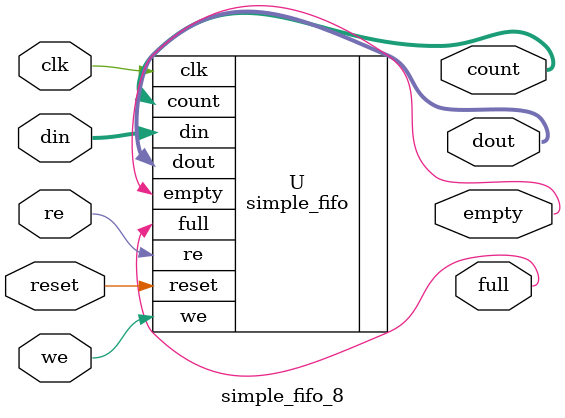
<source format=v>
`default_nettype none

module simple_fifo_8 #(parameter WIDTH = 8, parameter DEPTH = 8)
   (
    input wire 		   clk,
    input wire 		   reset,
   
    input wire 		   we,
    input wire [WIDTH-1:0] din,
    input wire 		   re,
    //output reg [WIDTH-1:0] dout,
    output wire [WIDTH-1:0] dout,
    output wire		   empty,
    output wire		   full,
    output wire [WIDTH-1:0] count
    );
   
    simple_fifo#(.WIDTH(WIDTH), .DEPTH(DEPTH)) U(
	.clk(clk),
	.reset(reset),
	.we(we),
	.din(din),
	.re(re),
	.dout(dout),
	.empty(empty),
	.full(full),
	.count(count)
    );
	
endmodule
`default_nettype wire

</source>
